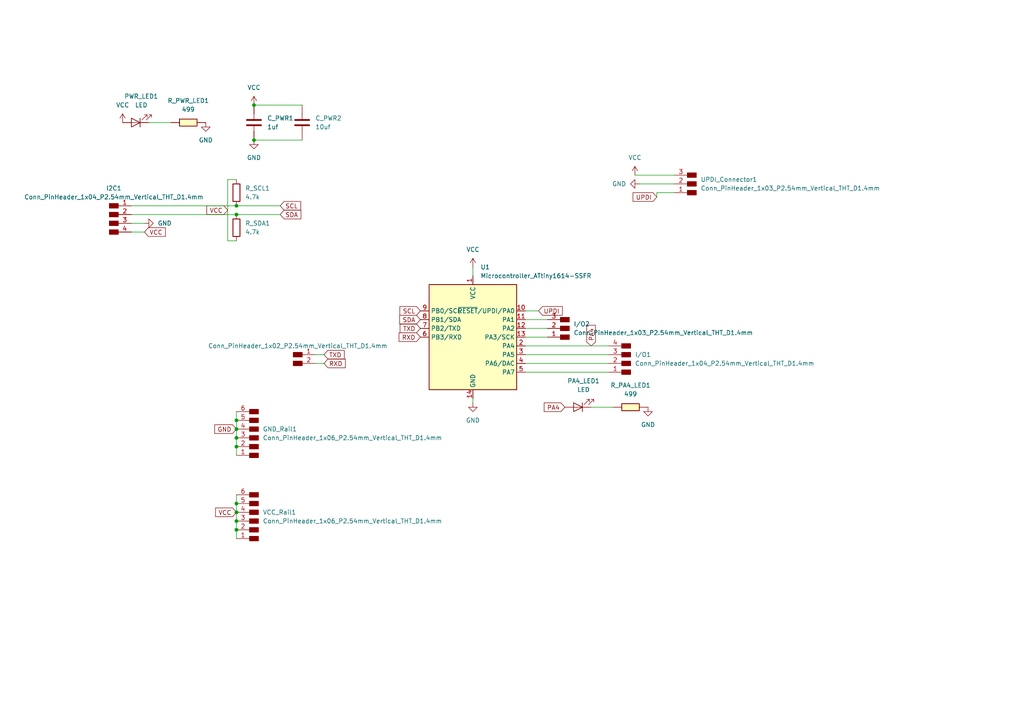
<source format=kicad_sch>
(kicad_sch (version 20230121) (generator eeschema)
  (paper "A4")
  (title_block (date "2023-12-13") (rev "1.0") (company "HSRW") (comment 1 "Board Design for Final Project"))
  (lib_symbols
    (symbol "Device:R" (pin_numbers hide) (pin_names (offset 0))
      (property "Reference" "R" (at 2.032 0 90))
      (property "Value" "R" (at 0 0 90))
      (symbol "R_0_1"
        (rectangle (start -1.016 -2.54) (end 1.016 2.54) (stroke (width 0.254)))
      )
      (symbol "R_1_1"
        (pin passive line (at 0 3.81 270) (length 1.27) (name "~") (number "1"))
        (pin passive line (at 0 -3.81 90) (length 1.27) (name "~") (number "2"))
      )
    )
    (symbol "FAB:C_1206" (pin_numbers hide)
      (property "Reference" "C" (at 0.635 2.54 0))
      (property "Value" "C_1206" (at 0.635 -2.54 0))
      (symbol "C_1206_0_1"
        (polyline (pts (xy -2.032 -0.762) (xy 2.032 -0.762)) (stroke (width 0.508)))
        (polyline (pts (xy -2.032 0.762) (xy 2.032 0.762)) (stroke (width 0.508)))
        (polyline (pts (xy 0 -0.635) (xy 0 -2.54)))
        (polyline (pts (xy 0 0.635) (xy 0 2.54)))
      )
      (symbol "C_1206_1_1"
        (pin passive line (at 0 5.08 270) (length 2.54) (name "~") (number "1"))
        (pin passive line (at 0 -5.08 90) (length 2.54) (name "~") (number "2"))
      )
    )
    (symbol "FAB:Conn_PinHeader_1x02_P2.54mm_Vertical_THT_D1.4mm" (pin_names hide)
      (property "Reference" "J" (at 0 2.54 0))
      (property "Value" "Conn_PinHeader_1x02_P2.54mm_Vertical_THT_D1.4mm" (at 0 -5.08 0))
      (symbol "Conn_PinHeader_1x02_P2.54mm_Vertical_THT_D1.4mm_1_1"
        (rectangle (start -1.27 -1.905) (end 1.27 -3.175) (stroke (width 0.254)) (fill (type outline)))
        (rectangle (start -1.27 0.635) (end 1.27 -0.635) (stroke (width 0.254)) (fill (type outline)))
        (pin passive line (at 5.08 0 180) (length 3.81) (name "Pin_1") (number "1"))
        (pin passive line (at 5.08 -2.54 180) (length 3.81) (name "Pin_2") (number "2"))
      )
    )
    (symbol "FAB:Conn_PinHeader_1x03_P2.54mm_Vertical_THT_D1.4mm" (pin_names hide)
      (property "Reference" "J" (at 0 5.08 0))
      (property "Value" "Conn_PinHeader_1x03_P2.54mm_Vertical_THT_D1.4mm" (at 0 -5.08 0))
      (symbol "Conn_PinHeader_1x03_P2.54mm_Vertical_THT_D1.4mm_1_1"
        (rectangle (start -1.27 -1.905) (end 1.27 -3.175) (stroke (width 0.254)) (fill (type outline)))
        (rectangle (start -1.27 0.635) (end 1.27 -0.635) (stroke (width 0.254)) (fill (type outline)))
        (rectangle (start -1.27 3.175) (end 1.27 1.905) (stroke (width 0.254)) (fill (type outline)))
        (pin passive line (at 5.08 2.54 180) (length 3.81) (name "Pin_1") (number "1"))
        (pin passive line (at 5.08 0 180) (length 3.81) (name "Pin_2") (number "2"))
        (pin passive line (at 5.08 -2.54 180) (length 3.81) (name "Pin_3") (number "3"))
      )
    )
    (symbol "FAB:Conn_PinHeader_1x06_P2.54mm_Vertical_THT_D1.4mm" (pin_names hide)
      (property "Reference" "J" (at 0 7.62 0))
      (property "Value" "Conn_PinHeader_1x06_P2.54mm_Vertical_THT_D1.4mm" (at 0 -10.16 0))
      (symbol "Conn_PinHeader_1x06_P2.54mm_Vertical_THT_D1.4mm_1_1"
        (rectangle (start -1.27 -6.985) (end 1.27 -8.255) (stroke (width 0.254)) (fill (type outline)))
        (rectangle (start -1.27 -4.445) (end 1.27 -5.715) (stroke (width 0.254)) (fill (type outline)))
        (rectangle (start -1.27 -1.905) (end 1.27 -3.175) (stroke (width 0.254)) (fill (type outline)))
        (rectangle (start -1.27 0.635) (end 1.27 -0.635) (stroke (width 0.254)) (fill (type outline)))
        (rectangle (start -1.27 3.175) (end 1.27 1.905) (stroke (width 0.254)) (fill (type outline)))
        (rectangle (start -1.27 5.715) (end 1.27 4.445) (stroke (width 0.254)) (fill (type outline)))
        (pin passive line (at 5.08 5.08 180) (length 3.81) (name "Pin_1") (number "1"))
        (pin passive line (at 5.08 2.54 180) (length 3.81) (name "Pin_2") (number "2"))
        (pin passive line (at 5.08 0 180) (length 3.81) (name "Pin_3") (number "3"))
        (pin passive line (at 5.08 -2.54 180) (length 3.81) (name "Pin_4") (number "4"))
        (pin passive line (at 5.08 -5.08 180) (length 3.81) (name "Pin_5") (number "5"))
        (pin passive line (at 5.08 -7.62 180) (length 3.81) (name "Pin_6") (number "6"))
      )
    )
    (symbol "FAB:LED_1206" (pin_numbers hide) (pin_names (offset 1.016) hide)
      (property "Reference" "D" (at 0 2.54 0))
      (property "Value" "LED_1206" (at 0 -2.54 0))
      (symbol "LED_1206_0_1"
        (polyline (pts (xy -1.27 -1.27) (xy -1.27 1.27)) (stroke (width 0.2032)))
        (polyline (pts (xy -1.27 0) (xy 1.27 0)))
        (polyline (pts (xy 1.27 -1.27) (xy 1.27 1.27) (xy -1.27 0) (xy 1.27 -1.27)) (stroke (width 0.2032)))
        (polyline (pts (xy -3.048 -0.762) (xy -4.572 -2.286) (xy -3.81 -2.286) (xy -4.572 -2.286) (xy -4.572 -1.524)))
        (polyline (pts (xy -1.778 -0.762) (xy -3.302 -2.286) (xy -2.54 -2.286) (xy -3.302 -2.286) (xy -3.302 -1.524)))
      )
      (symbol "LED_1206_1_1"
        (pin passive line (at -3.81 0 0) (length 2.54) (name "K") (number "1"))
        (pin passive line (at 3.81 0 180) (length 2.54) (name "A") (number "2"))
      )
    )
    (symbol "FAB:Microcontroller_ATtiny1614-SSFR"
      (property "Reference" "U" (at -12.7 17.78 0))
      (property "Value" "Microcontroller_ATtiny1614-SSFR" (at 7.62 17.78 0))
      (symbol "Microcontroller_ATtiny1614-SSFR_0_1"
        (rectangle (start -12.7 -15.24) (end 12.7 15.24) (stroke (width 0.254)) (fill (type background)))
      )
      (symbol "Microcontroller_ATtiny1614-SSFR_1_1"
        (pin power_in line (at 0 17.78 270) (length 2.54) (name "VCC") (number "1"))
        (pin bidirectional line (at 15.24 7.62 180) (length 2.54) (name "~{RESET}/UPDI/PA0") (number "10"))
        (pin bidirectional line (at 15.24 5.08 180) (length 2.54) (name "PA1") (number "11"))
        (pin bidirectional line (at 15.24 2.54 180) (length 2.54) (name "PA2") (number "12"))
        (pin bidirectional line (at 15.24 0 180) (length 2.54) (name "PA3/SCK") (number "13"))
        (pin power_in line (at 0 -17.78 90) (length 2.54) (name "GND") (number "14"))
        (pin bidirectional line (at 15.24 -2.54 180) (length 2.54) (name "PA4") (number "2"))
        (pin bidirectional line (at 15.24 -5.08 180) (length 2.54) (name "PA5") (number "3"))
        (pin bidirectional line (at 15.24 -7.62 180) (length 2.54) (name "PA6/DAC") (number "4"))
        (pin bidirectional line (at 15.24 -10.16 180) (length 2.54) (name "PA7") (number "5"))
        (pin bidirectional line (at -15.24 0 0) (length 2.54) (name "PB3/RXD") (number "6"))
        (pin bidirectional line (at -15.24 2.54 0) (length 2.54) (name "PB2/TXD") (number "7"))
        (pin bidirectional line (at -15.24 5.08 0) (length 2.54) (name "PB1/SDA") (number "8"))
        (pin bidirectional line (at -15.24 7.62 0) (length 2.54) (name "PB0/SCL") (number "9"))
      )
    )
    (symbol "FAB:R_1206" (pin_numbers hide) (pin_names (offset 0))
      (property "Reference" "R" (at 2.54 0 90))
      (property "Value" "R_1206" (at -2.54 0 90))
      (symbol "R_1206_0_1"
        (rectangle (start -1.016 -2.54) (end 1.016 2.54) (stroke (width 0.254)) (fill (type background)))
      )
      (symbol "R_1206_1_1"
        (pin passive line (at 0 5.08 270) (length 2.54) (name "~") (number "1"))
        (pin passive line (at 0 -5.08 90) (length 2.54) (name "~") (number "2"))
      )
    )
    (symbol "fab:Conn_PinHeader_1x04_P2.54mm_Vertical_THT_D1.4mm" (pin_names hide)
      (property "Reference" "J" (at 0 5.08 0))
      (property "Value" "Conn_PinHeader_1x04_P2.54mm_Vertical_THT_D1.4mm" (at 0 -7.62 0))
      (symbol "Conn_PinHeader_1x04_P2.54mm_Vertical_THT_D1.4mm_1_1"
        (rectangle (start -1.27 -4.445) (end 1.27 -5.715) (stroke (width 0.254)) (fill (type outline)))
        (rectangle (start -1.27 -1.905) (end 1.27 -3.175) (stroke (width 0.254)) (fill (type outline)))
        (rectangle (start -1.27 0.635) (end 1.27 -0.635) (stroke (width 0.254)) (fill (type outline)))
        (rectangle (start -1.27 3.175) (end 1.27 1.905) (stroke (width 0.254)) (fill (type outline)))
        (pin passive line (at 5.08 2.54 180) (length 3.81) (name "Pin_1") (number "1"))
        (pin passive line (at 5.08 0 180) (length 3.81) (name "Pin_2") (number "2"))
        (pin passive line (at 5.08 -2.54 180) (length 3.81) (name "Pin_3") (number "3"))
        (pin passive line (at 5.08 -5.08 180) (length 3.81) (name "Pin_4") (number "4"))
      )
    )
    (symbol "power:GND" (power) (pin_names (offset 0))
      (property "Value" "GND" (at 0 -3.81 0))
      (symbol "GND_0_1"
        (polyline (pts (xy 0 0) (xy 0 -1.27) (xy 1.27 -1.27) (xy 0 -2.54) (xy -1.27 -1.27) (xy 0 -1.27)))
      )
      (symbol "GND_1_1"
        (pin power_in line (at 0 0 270) (length 0) hide (name "GND") (number "1"))
      )
    )
    (symbol "power:VCC" (power) (pin_names (offset 0))
      (property "Value" "VCC" (at 0 3.81 0))
      (symbol "VCC_0_1"
        (polyline (pts (xy -0.762 1.27) (xy 0 2.54)))
        (polyline (pts (xy 0 0) (xy 0 2.54)))
        (polyline (pts (xy 0 2.54) (xy 0.762 1.27)))
      )
      (symbol "VCC_1_1"
        (pin power_in line (at 0 0 90) (length 0) hide (name "VCC") (number "1"))
      )
    )
  )
  (junction (at 68.58 129.54))
  (junction (at 68.58 127))
  (junction (at 68.58 59.69))
  (junction (at 68.58 146.05))
  (junction (at 73.66 30.48))
  (junction (at 68.58 62.23))
  (junction (at 73.66 40.64))
  (junction (at 68.58 148.59))
  (junction (at 68.58 151.13))
  (junction (at 68.58 124.46))
  (junction (at 68.58 121.92))
  (junction (at 68.58 153.67))
  (wire (pts (xy 177.8 118.11) (xy 171.45 118.11)))
  (wire (pts (xy 38.1 59.69) (xy 68.58 59.69)))
  (wire (pts (xy 152.4 90.17) (xy 156.21 90.17)))
  (wire (pts (xy 68.58 119.38) (xy 68.58 121.92)))
  (wire (pts (xy 68.58 148.59) (xy 68.58 151.13)))
  (wire (pts (xy 68.58 146.05) (xy 68.58 148.59)))
  (wire (pts (xy 68.58 151.13) (xy 68.58 153.67)))
  (wire (pts (xy 152.4 95.25) (xy 158.75 95.25)))
  (wire (pts (xy 68.58 124.46) (xy 68.58 127)))
  (wire (pts (xy 152.4 107.95) (xy 176.53 107.95)))
  (wire (pts (xy 185.42 53.34) (xy 195.58 53.34)))
  (wire (pts (xy 91.44 102.87) (xy 93.98 102.87)))
  (wire (pts (xy 68.58 62.23) (xy 81.28 62.23)))
  (wire (pts (xy 68.58 59.69) (xy 81.28 59.69)))
  (wire (pts (xy 190.5 55.88) (xy 195.58 55.88)))
  (wire (pts (xy 137.16 77.47) (xy 137.16 80.01)))
  (wire (pts (xy 38.1 64.77) (xy 41.91 64.77)))
  (wire (pts (xy 68.58 143.51) (xy 68.58 146.05)))
  (wire (pts (xy 38.1 62.23) (xy 68.58 62.23)))
  (wire (pts (xy 68.58 127) (xy 68.58 129.54)))
  (wire (pts (xy 152.4 102.87) (xy 176.53 102.87)))
  (wire (pts (xy 68.58 129.54) (xy 68.58 132.08)))
  (wire (pts (xy 91.44 105.41) (xy 93.98 105.41)))
  (wire (pts (xy 73.66 30.48) (xy 87.63 30.48)))
  (wire (pts (xy 73.66 40.64) (xy 87.63 40.64)))
  (wire (pts (xy 137.16 115.57) (xy 137.16 116.84)))
  (wire (pts (xy 68.58 153.67) (xy 68.58 156.21)))
  (wire (pts (xy 66.04 69.85) (xy 68.58 69.85)))
  (wire (pts (xy 152.4 100.33) (xy 176.53 100.33)))
  (wire (pts (xy 66.04 52.07) (xy 66.04 69.85)))
  (wire (pts (xy 184.15 50.8) (xy 195.58 50.8)))
  (wire (pts (xy 152.4 97.79) (xy 158.75 97.79)))
  (wire (pts (xy 49.53 35.56) (xy 43.18 35.56)))
  (wire (pts (xy 152.4 105.41) (xy 176.53 105.41)))
  (wire (pts (xy 38.1 67.31) (xy 41.91 67.31)))
  (wire (pts (xy 68.58 52.07) (xy 66.04 52.07)))
  (wire (pts (xy 152.4 92.71) (xy 158.75 92.71)))
  (wire (pts (xy 190.5 57.15) (xy 190.5 55.88)))
  (wire (pts (xy 68.58 121.92) (xy 68.58 124.46)))
  (global_label "PA4" (shape input) (at 171.45 100.33 90) (property "Intersheetrefs" "${INTERSHEET_REFS}" (effects hide)))
  (global_label "RXD" (shape input) (at 121.92 97.79 180) (property "Intersheetrefs" "${INTERSHEET_REFS}" (effects hide)))
  (global_label "SCL" (shape input) (at 121.92 90.17 180) (property "Intersheetrefs" "${INTERSHEET_REFS}" (effects hide)))
  (global_label "SDA" (shape input) (at 81.28 62.23 0) (property "Intersheetrefs" "${INTERSHEET_REFS}" (effects hide)))
  (global_label "SCL" (shape input) (at 81.28 59.69 0) (property "Intersheetrefs" "${INTERSHEET_REFS}" (effects hide)))
  (global_label "VCC" (shape input) (at 41.91 67.31 0) (property "Intersheetrefs" "${INTERSHEET_REFS}" (effects hide)))
  (global_label "RXD" (shape input) (at 93.98 105.41 0) (property "Intersheetrefs" "${INTERSHEET_REFS}" (effects hide)))
  (global_label "SDA" (shape input) (at 121.92 92.71 180) (property "Intersheetrefs" "${INTERSHEET_REFS}" (effects hide)))
  (global_label "UPDI" (shape input) (at 156.21 90.17 0) (property "Intersheetrefs" "${INTERSHEET_REFS}" (effects hide)))
  (global_label "UPDI" (shape input) (at 190.5 57.15 180) (property "Intersheetrefs" "${INTERSHEET_REFS}" (effects hide)))
  (global_label "TXD" (shape input) (at 93.98 102.87 0) (property "Intersheetrefs" "${INTERSHEET_REFS}" (effects hide)))
  (global_label "VCC" (shape input) (at 68.58 148.59 180) (property "Intersheetrefs" "${INTERSHEET_REFS}" (effects hide)))
  (global_label "PA4" (shape input) (at 163.83 118.11 180) (property "Intersheetrefs" "${INTERSHEET_REFS}" (effects hide)))
  (global_label "GND" (shape input) (at 68.58 124.46 180) (property "Intersheetrefs" "${INTERSHEET_REFS}" (effects hide)))
  (global_label "VCC" (shape input) (at 66.04 60.96 180) (property "Intersheetrefs" "${INTERSHEET_REFS}" (effects hide)))
  (global_label "TXD" (shape input) (at 121.92 95.25 180) (property "Intersheetrefs" "${INTERSHEET_REFS}" (effects hide)))
  (symbol (lib_id "FAB:LED_1206") (at 167.64 118.11 180) (unit 1)
    (property "Reference" "PA4_LED1" (at 169.2402 110.49 0))
    (property "Value" "LED" (at 169.2402 113.03 0))
    (property "Footprint" "fab:LED_1206" (effects hide))
    (property "Datasheet" "https://optoelectronics.liteon.com/upload/download/DS-22-98-0002/LTST-C150CKT.pdf" (effects hide))
  )
  (symbol (lib_id "power:VCC") (at 35.56 35.56 0) (unit 1)
    (property "Reference" "#PWR01" (effects hide))
    (property "Value" "VCC" (at 35.56 30.48 0))
  )
  (symbol (lib_id "FAB:C_1206") (at 73.66 35.56 0) (unit 1)
    (property "Reference" "C_PWR1" (at 77.47 34.29 0) (effects (justify left)))
    (property "Value" "1uf" (at 77.47 36.83 0) (effects (justify left)))
    (property "Footprint" "fab:C_1206" (effects hide))
    (property "Datasheet" "https://www.yageo.com/upload/media/product/productsearch/datasheet/mlcc/UPY-GP_NP0_16V-to-50V_18.pdf" (effects hide))
  )
  (symbol (lib_id "fab:Conn_PinHeader_1x04_P2.54mm_Vertical_THT_D1.4mm") (at 181.61 105.41 180) (unit 1)
    (property "Reference" "I/O1" (at 184.15 102.87 0) (effects (justify right)))
    (property "Value" "Conn_PinHeader_1x04_P2.54mm_Vertical_THT_D1.4mm" (at 184.15 105.41 0) (effects (justify right)))
    (property "Footprint" "fab:PinHeader_1x04_P2.54mm_Vertical_THT_D1.4mm" (effects hide))
  )
  (symbol (lib_id "power:GND") (at 59.69 35.56 0) (unit 1)
    (property "Reference" "#PWR02" (effects hide))
    (property "Value" "GND" (at 59.69 40.64 0))
  )
  (symbol (lib_id "FAB:Conn_PinHeader_1x03_P2.54mm_Vertical_THT_D1.4mm") (at 200.66 53.34 180) (unit 1)
    (property "Reference" "UPDI_Connector1" (at 203.2 52.07 0) (effects (justify right)))
    (property "Value" "Conn_PinHeader_1x03_P2.54mm_Vertical_THT_D1.4mm" (at 203.2 54.61 0) (effects (justify right)))
    (property "Footprint" "fab:PinHeader_1x03_P2.54mm_Vertical_THT_D1.4mm" (effects hide))
  )
  (symbol (lib_id "power:VCC") (at 137.16 77.47 0) (unit 1)
    (property "Reference" "#PWR05" (effects hide))
    (property "Value" "VCC" (at 137.16 72.39 0))
  )
  (symbol (lib_id "power:VCC") (at 184.15 50.8 0) (unit 1)
    (property "Reference" "#PWR07" (effects hide))
    (property "Value" "VCC" (at 184.15 45.72 0))
  )
  (symbol (lib_id "FAB:LED_1206") (at 39.37 35.56 180) (unit 1)
    (property "Reference" "PWR_LED1" (at 40.9702 27.94 0))
    (property "Value" "LED" (at 40.9702 30.48 0))
    (property "Footprint" "fab:LED_1206" (effects hide))
    (property "Datasheet" "https://optoelectronics.liteon.com/upload/download/DS-22-98-0002/LTST-C150CKT.pdf" (effects hide))
  )
  (symbol (lib_id "FAB:Conn_PinHeader_1x06_P2.54mm_Vertical_THT_D1.4mm") (at 73.66 127 180) (unit 1)
    (property "Reference" "GND_Rail1" (at 76.2 124.46 0) (effects (justify right)))
    (property "Value" "Conn_PinHeader_1x06_P2.54mm_Vertical_THT_D1.4mm" (at 76.2 127 0) (effects (justify right)))
    (property "Footprint" "fab:PinHeader_1x06_P2.54mm_Vertical_THT_D1.4mm" (effects hide))
    (property "Datasheet" "https://media.digikey.com/PDF/Data%20Sheets/Sullins%20PDFs/xRxCzzzSxxN-RC_ST_11635-B.pdf" (effects hide))
  )
  (symbol (lib_id "FAB:Conn_PinHeader_1x02_P2.54mm_Vertical_THT_D1.4mm") (at 86.36 102.87 0) (unit 1)
    (property "Reference" "Serial1" (effects hide))
    (property "Value" "Conn_PinHeader_1x02_P2.54mm_Vertical_THT_D1.4mm" (at 86.36 100.33 0))
    (property "Footprint" "fab:PinHeader_1x02_P2.54mm_Vertical_THT_D1.4mm" (effects hide))
  )
  (symbol (lib_id "FAB:R_1206") (at 54.61 35.56 90) (unit 1)
    (property "Reference" "R_PWR_LED1" (at 54.61 29.21 90))
    (property "Value" "499" (at 54.61 31.75 90))
    (property "Footprint" "fab:R_1206" (effects hide))
  )
  (symbol (lib_id "FAB:Microcontroller_ATtiny1614-SSFR") (at 137.16 97.79 0) (unit 1)
    (property "Reference" "U1" (at 139.3541 77.47 0) (effects (justify left)))
    (property "Value" "Microcontroller_ATtiny1614-SSFR" (at 139.3541 80.01 0) (effects (justify left)))
    (property "Footprint" "fab:SOIC-14_3.9x8.7mm_P1.27mm" (effects hide))
    (property "Datasheet" "http://ww1.microchip.com/downloads/en/DeviceDoc/ATtiny1614-16-17-DataSheet-DS40002204A.pdf" (effects hide))
  )
  (symbol (lib_id "power:GND") (at 41.91 64.77 90) (unit 1)
    (property "Reference" "#PWR09" (effects hide))
    (property "Value" "GND" (at 45.72 64.77 90) (effects (justify right)))
  )
  (symbol (lib_id "FAB:C_1206") (at 87.63 35.56 0) (unit 1)
    (property "Reference" "C_PWR2" (at 91.44 34.29 0) (effects (justify left)))
    (property "Value" "10uf" (at 91.44 36.83 0) (effects (justify left)))
    (property "Footprint" "fab:C_1206" (effects hide))
    (property "Datasheet" "https://www.yageo.com/upload/media/product/productsearch/datasheet/mlcc/UPY-GP_NP0_16V-to-50V_18.pdf" (effects hide))
  )
  (symbol (lib_id "power:VCC") (at 73.66 30.48 0) (unit 1)
    (property "Reference" "#PWR03" (effects hide))
    (property "Value" "VCC" (at 73.66 25.4 0))
  )
  (symbol (lib_id "power:GND") (at 73.66 40.64 0) (unit 1)
    (property "Reference" "#PWR04" (effects hide))
    (property "Value" "GND" (at 73.66 45.72 0))
  )
  (symbol (lib_id "Device:R") (at 68.58 66.04 180) (unit 1)
    (property "Reference" "R_SDA1" (at 71.12 64.77 0) (effects (justify right)))
    (property "Value" "4.7k" (at 71.12 67.31 0) (effects (justify right)))
    (property "Footprint" "fab:R_1206" (effects hide))
  )
  (symbol (lib_id "power:GND") (at 185.42 53.34 270) (unit 1)
    (property "Reference" "#PWR08" (effects hide))
    (property "Value" "GND" (at 181.61 53.34 90) (effects (justify right)))
  )
  (symbol (lib_id "fab:Conn_PinHeader_1x04_P2.54mm_Vertical_THT_D1.4mm") (at 33.02 62.23 0) (unit 1)
    (property "Reference" "I2C1" (at 33.02 54.61 0))
    (property "Value" "Conn_PinHeader_1x04_P2.54mm_Vertical_THT_D1.4mm" (at 33.02 57.15 0))
    (property "Footprint" "fab:PinHeader_1x04_P2.54mm_Vertical_THT_D1.4mm" (effects hide))
  )
  (symbol (lib_id "FAB:R_1206") (at 182.88 118.11 90) (unit 1)
    (property "Reference" "R_PA4_LED1" (at 182.88 111.76 90))
    (property "Value" "499" (at 182.88 114.3 90))
    (property "Footprint" "fab:R_1206" (effects hide))
  )
  (symbol (lib_id "Device:R") (at 68.58 55.88 180) (unit 1)
    (property "Reference" "R_SCL1" (at 71.12 54.61 0) (effects (justify right)))
    (property "Value" "4.7k" (at 71.12 57.15 0) (effects (justify right)))
    (property "Footprint" "fab:R_1206" (effects hide))
  )
  (symbol (lib_id "FAB:Conn_PinHeader_1x03_P2.54mm_Vertical_THT_D1.4mm") (at 163.83 95.25 180) (unit 1)
    (property "Reference" "I/O2" (at 166.37 93.98 0) (effects (justify right)))
    (property "Value" "Conn_PinHeader_1x03_P2.54mm_Vertical_THT_D1.4mm" (at 166.37 96.52 0) (effects (justify right)))
    (property "Footprint" "fab:PinHeader_1x03_P2.54mm_Vertical_THT_D1.4mm" (effects hide))
  )
  (symbol (lib_id "FAB:Conn_PinHeader_1x06_P2.54mm_Vertical_THT_D1.4mm") (at 73.66 151.13 180) (unit 1)
    (property "Reference" "VCC_Rail1" (at 76.2 148.59 0) (effects (justify right)))
    (property "Value" "Conn_PinHeader_1x06_P2.54mm_Vertical_THT_D1.4mm" (at 76.2 151.13 0) (effects (justify right)))
    (property "Footprint" "fab:PinHeader_1x06_P2.54mm_Vertical_THT_D1.4mm" (effects hide))
    (property "Datasheet" "https://media.digikey.com/PDF/Data%20Sheets/Sullins%20PDFs/xRxCzzzSxxN-RC_ST_11635-B.pdf" (effects hide))
  )
  (symbol (lib_id "power:GND") (at 137.16 116.84 0) (unit 1)
    (property "Reference" "#PWR06" (effects hide))
    (property "Value" "GND" (at 137.16 121.92 0))
  )
  (symbol (lib_id "power:GND") (at 187.96 118.11 0) (unit 1)
    (property "Reference" "#PWR010" (effects hide))
    (property "Value" "GND" (at 187.96 123.19 0))
  )
)
</source>
